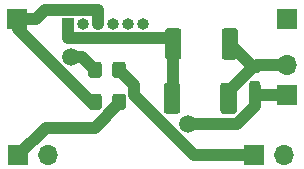
<source format=gbr>
%TF.GenerationSoftware,KiCad,Pcbnew,(5.1.7)-1*%
%TF.CreationDate,2022-11-01T20:21:32+00:00*%
%TF.ProjectId,Hornby-Ringfield-DCC6-Adapter,486f726e-6279-42d5-9269-6e676669656c,rev?*%
%TF.SameCoordinates,Original*%
%TF.FileFunction,Copper,L1,Top*%
%TF.FilePolarity,Positive*%
%FSLAX46Y46*%
G04 Gerber Fmt 4.6, Leading zero omitted, Abs format (unit mm)*
G04 Created by KiCad (PCBNEW (5.1.7)-1) date 2022-11-01 20:21:32*
%MOMM*%
%LPD*%
G01*
G04 APERTURE LIST*
%TA.AperFunction,ComponentPad*%
%ADD10O,1.700000X1.700000*%
%TD*%
%TA.AperFunction,ComponentPad*%
%ADD11R,1.700000X1.700000*%
%TD*%
%TA.AperFunction,ComponentPad*%
%ADD12O,1.000000X1.000000*%
%TD*%
%TA.AperFunction,ComponentPad*%
%ADD13R,1.000000X1.000000*%
%TD*%
%TA.AperFunction,ViaPad*%
%ADD14C,1.500000*%
%TD*%
%TA.AperFunction,Conductor*%
%ADD15C,1.000000*%
%TD*%
G04 APERTURE END LIST*
%TO.P,D2,2*%
%TO.N,RAIL2*%
%TA.AperFunction,SMDPad,CuDef*%
G36*
G01*
X139550000Y-72849999D02*
X139550000Y-73750001D01*
G75*
G02*
X139300001Y-74000000I-249999J0D01*
G01*
X138649999Y-74000000D01*
G75*
G02*
X138400000Y-73750001I0J249999D01*
G01*
X138400000Y-72849999D01*
G75*
G02*
X138649999Y-72600000I249999J0D01*
G01*
X139300001Y-72600000D01*
G75*
G02*
X139550000Y-72849999I0J-249999D01*
G01*
G37*
%TD.AperFunction*%
%TO.P,D2,1*%
%TO.N,LIGHT-PWR2*%
%TA.AperFunction,SMDPad,CuDef*%
G36*
G01*
X141600000Y-72849999D02*
X141600000Y-73750001D01*
G75*
G02*
X141350001Y-74000000I-249999J0D01*
G01*
X140699999Y-74000000D01*
G75*
G02*
X140450000Y-73750001I0J249999D01*
G01*
X140450000Y-72849999D01*
G75*
G02*
X140699999Y-72600000I249999J0D01*
G01*
X141350001Y-72600000D01*
G75*
G02*
X141600000Y-72849999I0J-249999D01*
G01*
G37*
%TD.AperFunction*%
%TD*%
%TO.P,D1,2*%
%TO.N,RAIL1*%
%TA.AperFunction,SMDPad,CuDef*%
G36*
G01*
X139550000Y-75549999D02*
X139550000Y-76450001D01*
G75*
G02*
X139300001Y-76700000I-249999J0D01*
G01*
X138649999Y-76700000D01*
G75*
G02*
X138400000Y-76450001I0J249999D01*
G01*
X138400000Y-75549999D01*
G75*
G02*
X138649999Y-75300000I249999J0D01*
G01*
X139300001Y-75300000D01*
G75*
G02*
X139550000Y-75549999I0J-249999D01*
G01*
G37*
%TD.AperFunction*%
%TO.P,D1,1*%
%TO.N,LIGHT-PWR1*%
%TA.AperFunction,SMDPad,CuDef*%
G36*
G01*
X141600000Y-75549999D02*
X141600000Y-76450001D01*
G75*
G02*
X141350001Y-76700000I-249999J0D01*
G01*
X140699999Y-76700000D01*
G75*
G02*
X140450000Y-76450001I0J249999D01*
G01*
X140450000Y-75549999D01*
G75*
G02*
X140699999Y-75300000I249999J0D01*
G01*
X141350001Y-75300000D01*
G75*
G02*
X141600000Y-75549999I0J-249999D01*
G01*
G37*
%TD.AperFunction*%
%TD*%
%TO.P,MOTOR1_R2,2*%
%TO.N,MOTOR1_OUT*%
%TA.AperFunction,SMDPad,CuDef*%
G36*
G01*
X149700000Y-72175001D02*
X149700000Y-70024999D01*
G75*
G02*
X149949999Y-69775000I249999J0D01*
G01*
X150850001Y-69775000D01*
G75*
G02*
X151100000Y-70024999I0J-249999D01*
G01*
X151100000Y-72175001D01*
G75*
G02*
X150850001Y-72425000I-249999J0D01*
G01*
X149949999Y-72425000D01*
G75*
G02*
X149700000Y-72175001I0J249999D01*
G01*
G37*
%TD.AperFunction*%
%TO.P,MOTOR1_R2,1*%
%TO.N,MOTOR1*%
%TA.AperFunction,SMDPad,CuDef*%
G36*
G01*
X144900000Y-72175001D02*
X144900000Y-70024999D01*
G75*
G02*
X145149999Y-69775000I249999J0D01*
G01*
X146050001Y-69775000D01*
G75*
G02*
X146300000Y-70024999I0J-249999D01*
G01*
X146300000Y-72175001D01*
G75*
G02*
X146050001Y-72425000I-249999J0D01*
G01*
X145149999Y-72425000D01*
G75*
G02*
X144900000Y-72175001I0J249999D01*
G01*
G37*
%TD.AperFunction*%
%TD*%
%TO.P,MOTOR1_R1,2*%
%TO.N,MOTOR1_OUT*%
%TA.AperFunction,SMDPad,CuDef*%
G36*
G01*
X149600000Y-76775001D02*
X149600000Y-74624999D01*
G75*
G02*
X149849999Y-74375000I249999J0D01*
G01*
X150750001Y-74375000D01*
G75*
G02*
X151000000Y-74624999I0J-249999D01*
G01*
X151000000Y-76775001D01*
G75*
G02*
X150750001Y-77025000I-249999J0D01*
G01*
X149849999Y-77025000D01*
G75*
G02*
X149600000Y-76775001I0J249999D01*
G01*
G37*
%TD.AperFunction*%
%TO.P,MOTOR1_R1,1*%
%TO.N,MOTOR1*%
%TA.AperFunction,SMDPad,CuDef*%
G36*
G01*
X144800000Y-76775001D02*
X144800000Y-74624999D01*
G75*
G02*
X145049999Y-74375000I249999J0D01*
G01*
X145950001Y-74375000D01*
G75*
G02*
X146200000Y-74624999I0J-249999D01*
G01*
X146200000Y-76775001D01*
G75*
G02*
X145950001Y-77025000I-249999J0D01*
G01*
X145049999Y-77025000D01*
G75*
G02*
X144800000Y-76775001I0J249999D01*
G01*
G37*
%TD.AperFunction*%
%TD*%
%TO.P,C1,2*%
%TO.N,MOTOR2*%
%TA.AperFunction,SMDPad,CuDef*%
G36*
G01*
X152262500Y-74225000D02*
X152737500Y-74225000D01*
G75*
G02*
X152975000Y-74462500I0J-237500D01*
G01*
X152975000Y-75062500D01*
G75*
G02*
X152737500Y-75300000I-237500J0D01*
G01*
X152262500Y-75300000D01*
G75*
G02*
X152025000Y-75062500I0J237500D01*
G01*
X152025000Y-74462500D01*
G75*
G02*
X152262500Y-74225000I237500J0D01*
G01*
G37*
%TD.AperFunction*%
%TO.P,C1,1*%
%TO.N,MOTOR1_OUT*%
%TA.AperFunction,SMDPad,CuDef*%
G36*
G01*
X152262500Y-72500000D02*
X152737500Y-72500000D01*
G75*
G02*
X152975000Y-72737500I0J-237500D01*
G01*
X152975000Y-73337500D01*
G75*
G02*
X152737500Y-73575000I-237500J0D01*
G01*
X152262500Y-73575000D01*
G75*
G02*
X152025000Y-73337500I0J237500D01*
G01*
X152025000Y-72737500D01*
G75*
G02*
X152262500Y-72500000I237500J0D01*
G01*
G37*
%TD.AperFunction*%
%TD*%
D10*
%TO.P,Rear lights,2*%
%TO.N,LED-NEG-2*%
X154940000Y-80500000D03*
D11*
%TO.P,Rear lights,1*%
%TO.N,LIGHT-PWR2*%
X152400000Y-80500000D03*
%TD*%
D10*
%TO.P,Motor,2*%
%TO.N,MOTOR1_OUT*%
X155200000Y-72860000D03*
D11*
%TO.P,Motor,1*%
%TO.N,MOTOR2*%
X155200000Y-75400000D03*
%TD*%
D10*
%TO.P,Front lights,2*%
%TO.N,LED-NEG-1*%
X135040000Y-80500000D03*
D11*
%TO.P,Front lights,1*%
%TO.N,LIGHT-PWR1*%
X132500000Y-80500000D03*
%TD*%
%TO.P,Rail2,1*%
%TO.N,RAIL2*%
X155200000Y-69000000D03*
%TD*%
%TO.P,Rail1,1*%
%TO.N,RAIL1*%
X132400000Y-69000000D03*
%TD*%
D12*
%TO.P,DCC-6,6*%
%TO.N,LED-NEG-2*%
X143050000Y-69400000D03*
%TO.P,DCC-6,5*%
%TO.N,LED-NEG-1*%
X141780000Y-69400000D03*
%TO.P,DCC-6,4*%
%TO.N,RAIL2*%
X140510000Y-69400000D03*
%TO.P,DCC-6,3*%
%TO.N,RAIL1*%
X139240000Y-69400000D03*
%TO.P,DCC-6,2*%
%TO.N,MOTOR2*%
X137970000Y-69400000D03*
D13*
%TO.P,DCC-6,1*%
%TO.N,MOTOR1*%
X136700000Y-69400000D03*
%TD*%
D14*
%TO.N,RAIL2*%
X136981500Y-72240100D03*
%TO.N,MOTOR2*%
X146868200Y-77912900D03*
%TD*%
D15*
%TO.N,RAIL1*%
X132469600Y-69000000D02*
X132469600Y-69810400D01*
X132469600Y-69810400D02*
X138659200Y-76000000D01*
X138659200Y-76000000D02*
X138975000Y-76000000D01*
X132469600Y-69000000D02*
X133950300Y-69000000D01*
X132400000Y-69000000D02*
X132469600Y-69000000D01*
X139240000Y-69400000D02*
X139240000Y-68199700D01*
X139240000Y-68199700D02*
X134750600Y-68199700D01*
X134750600Y-68199700D02*
X133950300Y-69000000D01*
%TO.N,RAIL2*%
X136981500Y-72240100D02*
X137915100Y-72240100D01*
X137915100Y-72240100D02*
X138975000Y-73300000D01*
%TO.N,MOTOR2*%
X152500000Y-75400000D02*
X152500000Y-74762500D01*
X146868200Y-77912900D02*
X150962800Y-77912900D01*
X150962800Y-77912900D02*
X152500000Y-76375700D01*
X152500000Y-76375700D02*
X152500000Y-75400000D01*
X153649700Y-75400000D02*
X152500000Y-75400000D01*
X155200000Y-75400000D02*
X153649700Y-75400000D01*
%TO.N,MOTOR1*%
X145500000Y-75700000D02*
X145600000Y-75600000D01*
X145600000Y-75600000D02*
X145600000Y-71100000D01*
X136700000Y-70600300D02*
X145100300Y-70600300D01*
X145100300Y-70600300D02*
X145600000Y-71100000D01*
X136700000Y-69400000D02*
X136700000Y-70600300D01*
%TO.N,LIGHT-PWR1*%
X132500000Y-80500000D02*
X134821100Y-78178900D01*
X134821100Y-78178900D02*
X138982400Y-78178900D01*
X138982400Y-78178900D02*
X141025000Y-76136300D01*
X141025000Y-76136300D02*
X141025000Y-76000000D01*
%TO.N,LIGHT-PWR2*%
X141025000Y-73300000D02*
X142323600Y-74598600D01*
X142323600Y-74598600D02*
X142323600Y-75419300D01*
X142323600Y-75419300D02*
X147404300Y-80500000D01*
X147404300Y-80500000D02*
X152400000Y-80500000D01*
%TO.N,MOTOR1_OUT*%
X152339500Y-73039400D02*
X150300000Y-75078900D01*
X150300000Y-75078900D02*
X150300000Y-75700000D01*
X152500000Y-73037500D02*
X152341400Y-73037500D01*
X152341400Y-73037500D02*
X152339500Y-73039400D01*
X152339500Y-73039400D02*
X150400000Y-71100000D01*
X155200000Y-72860000D02*
X152677500Y-72860000D01*
X152677500Y-72860000D02*
X152500000Y-73037500D01*
%TD*%
M02*

</source>
